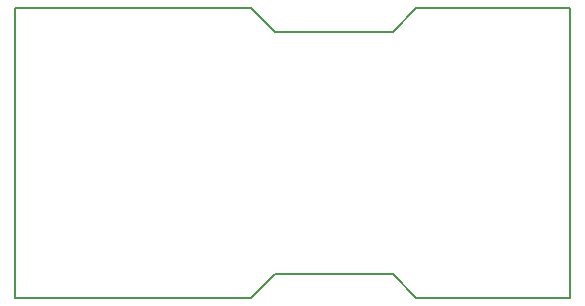
<source format=gm1>
G04 #@! TF.FileFunction,Profile,NP*
%FSLAX46Y46*%
G04 Gerber Fmt 4.6, Leading zero omitted, Abs format (unit mm)*
G04 Created by KiCad (PCBNEW 4.0.6) date Wed Apr 19 22:24:01 2017*
%MOMM*%
%LPD*%
G01*
G04 APERTURE LIST*
%ADD10C,0.100000*%
%ADD11C,0.150000*%
G04 APERTURE END LIST*
D10*
D11*
X93000000Y-107500000D02*
X93000000Y-83000000D01*
X140000000Y-83000000D02*
X140000000Y-107500000D01*
X127000000Y-107500000D02*
X140000000Y-107500000D01*
X125000000Y-105500000D02*
X127000000Y-107500000D01*
X115000000Y-105500000D02*
X125000000Y-105500000D01*
X113000000Y-107500000D02*
X115000000Y-105500000D01*
X93000000Y-107500000D02*
X113000000Y-107500000D01*
X127000000Y-83000000D02*
X140000000Y-83000000D01*
X125000000Y-85000000D02*
X127000000Y-83000000D01*
X115000000Y-85000000D02*
X125000000Y-85000000D01*
X113000000Y-83000000D02*
X115000000Y-85000000D01*
X93000000Y-83000000D02*
X113000000Y-83000000D01*
M02*

</source>
